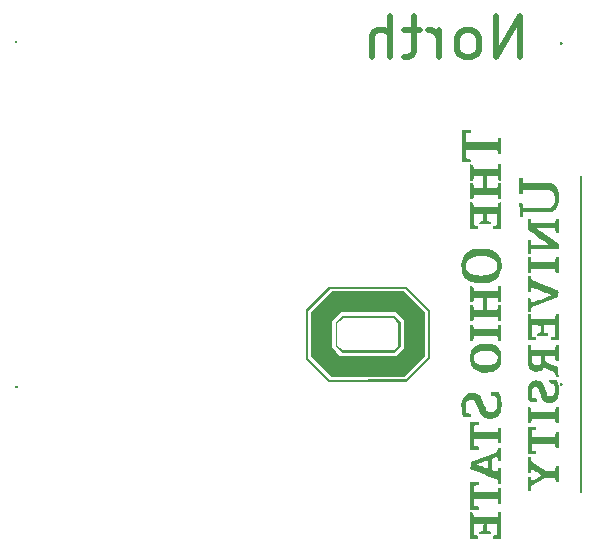
<source format=gbr>
%TF.GenerationSoftware,KiCad,Pcbnew,7.0.7*%
%TF.CreationDate,2023-09-12T10:12:06-04:00*%
%TF.ProjectId,Temps_North_DCT_HSK,54656d70-735f-44e6-9f72-74685f444354,B*%
%TF.SameCoordinates,Original*%
%TF.FileFunction,Legend,Bot*%
%TF.FilePolarity,Positive*%
%FSLAX46Y46*%
G04 Gerber Fmt 4.6, Leading zero omitted, Abs format (unit mm)*
G04 Created by KiCad (PCBNEW 7.0.7) date 2023-09-12 10:12:06*
%MOMM*%
%LPD*%
G01*
G04 APERTURE LIST*
%ADD10C,0.254000*%
%ADD11C,0.500000*%
G04 APERTURE END LIST*
D10*
X138861800Y-79832200D02*
G75*
G03*
X138861800Y-79832200I-25400J0D01*
G01*
X92680002Y-50830000D02*
G75*
G03*
X92680002Y-50830000I-1J0D01*
G01*
X92760800Y-80020000D02*
G75*
G03*
X92760800Y-80020000I-25400J0D01*
G01*
X138861800Y-50927000D02*
G75*
G03*
X138861800Y-50927000I-25400J0D01*
G01*
D11*
X135373619Y-52130767D02*
X135373619Y-48630767D01*
X135373619Y-48630767D02*
X133373619Y-52130767D01*
X133373619Y-52130767D02*
X133373619Y-48630767D01*
X131206952Y-52130767D02*
X131540286Y-51964101D01*
X131540286Y-51964101D02*
X131706952Y-51797434D01*
X131706952Y-51797434D02*
X131873619Y-51464101D01*
X131873619Y-51464101D02*
X131873619Y-50464101D01*
X131873619Y-50464101D02*
X131706952Y-50130767D01*
X131706952Y-50130767D02*
X131540286Y-49964101D01*
X131540286Y-49964101D02*
X131206952Y-49797434D01*
X131206952Y-49797434D02*
X130706952Y-49797434D01*
X130706952Y-49797434D02*
X130373619Y-49964101D01*
X130373619Y-49964101D02*
X130206952Y-50130767D01*
X130206952Y-50130767D02*
X130040286Y-50464101D01*
X130040286Y-50464101D02*
X130040286Y-51464101D01*
X130040286Y-51464101D02*
X130206952Y-51797434D01*
X130206952Y-51797434D02*
X130373619Y-51964101D01*
X130373619Y-51964101D02*
X130706952Y-52130767D01*
X130706952Y-52130767D02*
X131206952Y-52130767D01*
X128540285Y-52130767D02*
X128540285Y-49797434D01*
X128540285Y-50464101D02*
X128373619Y-50130767D01*
X128373619Y-50130767D02*
X128206952Y-49964101D01*
X128206952Y-49964101D02*
X127873619Y-49797434D01*
X127873619Y-49797434D02*
X127540285Y-49797434D01*
X126873618Y-49797434D02*
X125540285Y-49797434D01*
X126373618Y-48630767D02*
X126373618Y-51630767D01*
X126373618Y-51630767D02*
X126206952Y-51964101D01*
X126206952Y-51964101D02*
X125873618Y-52130767D01*
X125873618Y-52130767D02*
X125540285Y-52130767D01*
X124373618Y-52130767D02*
X124373618Y-48630767D01*
X122873618Y-52130767D02*
X122873618Y-50297434D01*
X122873618Y-50297434D02*
X123040285Y-49964101D01*
X123040285Y-49964101D02*
X123373618Y-49797434D01*
X123373618Y-49797434D02*
X123873618Y-49797434D01*
X123873618Y-49797434D02*
X124206952Y-49964101D01*
X124206952Y-49964101D02*
X124373618Y-50130767D01*
%TO.C,G\u002A\u002A\u002A*%
G36*
X140615600Y-88994886D02*
G01*
X140420964Y-88994886D01*
X140420964Y-62135115D01*
X140615600Y-62135115D01*
X140615600Y-88994886D01*
G37*
G36*
X131889419Y-88337719D02*
G01*
X131694783Y-88359739D01*
X131500147Y-88381760D01*
X131500147Y-88962446D01*
X133475725Y-88962446D01*
X133497745Y-88767810D01*
X133519766Y-88573174D01*
X133770900Y-88573174D01*
X133770900Y-89935626D01*
X133519766Y-89935626D01*
X133497745Y-89740990D01*
X133475725Y-89546354D01*
X131500147Y-89546354D01*
X131500147Y-90127041D01*
X131694783Y-90149061D01*
X131889419Y-90171082D01*
X131889419Y-90422216D01*
X131175754Y-90422216D01*
X131175754Y-88086584D01*
X131889419Y-88086584D01*
X131889419Y-88337719D01*
G37*
G36*
X136339978Y-69433966D02*
G01*
X138340871Y-69433966D01*
X138361500Y-69279879D01*
X138371162Y-69210296D01*
X138389159Y-69117219D01*
X138414072Y-69067760D01*
X138455302Y-69048169D01*
X138522245Y-69044694D01*
X138636801Y-69044694D01*
X138636801Y-70411063D01*
X138515153Y-70400994D01*
X138500668Y-70399782D01*
X138438129Y-70390504D01*
X138402972Y-70365644D01*
X138382870Y-70309007D01*
X138365494Y-70204400D01*
X138337482Y-70017874D01*
X136339978Y-70017874D01*
X136294798Y-70407146D01*
X136041654Y-70407146D01*
X136041654Y-69044694D01*
X136294798Y-69044694D01*
X136339978Y-69433966D01*
G37*
G36*
X125676881Y-71544923D02*
G01*
X125774604Y-71544959D01*
X126772114Y-72520647D01*
X127769623Y-73496334D01*
X127769623Y-77592073D01*
X126772310Y-78589775D01*
X125774997Y-79587478D01*
X119204963Y-79587478D01*
X117226839Y-77631990D01*
X117226839Y-77560439D01*
X117421475Y-77560439D01*
X118359676Y-78498221D01*
X119297877Y-79436004D01*
X125709725Y-79392180D01*
X127574987Y-77528000D01*
X127574987Y-73602008D01*
X125676881Y-71704720D01*
X119286317Y-71704720D01*
X117421475Y-73570394D01*
X117421475Y-77560439D01*
X117226839Y-77560439D01*
X117226839Y-73505495D01*
X118207930Y-72524009D01*
X119189020Y-71542523D01*
X125676881Y-71544923D01*
G37*
G36*
X124669921Y-74007912D02*
G01*
X124735190Y-74007912D01*
X125003492Y-74274821D01*
X125271794Y-74541729D01*
X125271794Y-76591551D01*
X125000024Y-76856820D01*
X124728253Y-77122089D01*
X120300649Y-77122089D01*
X119757107Y-76591551D01*
X119757107Y-76491262D01*
X119919304Y-76491262D01*
X120139084Y-76709357D01*
X120358863Y-76927453D01*
X124673541Y-76927453D01*
X124875350Y-76723834D01*
X125077158Y-76520215D01*
X125077158Y-74606166D01*
X124873540Y-74404357D01*
X124669921Y-74202548D01*
X120355495Y-74202548D01*
X120137400Y-74422328D01*
X119919304Y-74642108D01*
X119919304Y-76491262D01*
X119757107Y-76491262D01*
X119757107Y-74544517D01*
X120024016Y-74276214D01*
X120290924Y-74007912D01*
X124669921Y-74007912D01*
G37*
G36*
X124832804Y-71931795D02*
G01*
X125579534Y-71931795D01*
X126463723Y-72815546D01*
X127347912Y-73699296D01*
X127347912Y-77427495D01*
X125614008Y-79165767D01*
X119416937Y-79165767D01*
X118548963Y-78298240D01*
X117680990Y-77430713D01*
X117680990Y-76685264D01*
X119465153Y-76685264D01*
X119814406Y-77033434D01*
X120163658Y-77381603D01*
X124867462Y-77381603D01*
X125199386Y-77048546D01*
X125531309Y-76715489D01*
X125531309Y-74412298D01*
X125182057Y-74064128D01*
X124832804Y-73715958D01*
X120193980Y-73715958D01*
X119829567Y-74081408D01*
X119465153Y-74446859D01*
X119465153Y-76685264D01*
X117680990Y-76685264D01*
X117680990Y-73700173D01*
X118564741Y-72815984D01*
X119448491Y-71931795D01*
X124832804Y-71931795D01*
G37*
G36*
X136755319Y-83636025D02*
G01*
X136366047Y-83681205D01*
X136366047Y-84258743D01*
X138337482Y-84258743D01*
X138365494Y-84072216D01*
X138368838Y-84050008D01*
X138385804Y-83954847D01*
X138407627Y-83904859D01*
X138446634Y-83883848D01*
X138515153Y-83875622D01*
X138636801Y-83865554D01*
X138636801Y-85235839D01*
X138515153Y-85225771D01*
X138500668Y-85224558D01*
X138438129Y-85215280D01*
X138402972Y-85190420D01*
X138382870Y-85133784D01*
X138365494Y-85029177D01*
X138337482Y-84842651D01*
X136366047Y-84842651D01*
X136366047Y-85423337D01*
X136560683Y-85445358D01*
X136755319Y-85467378D01*
X136755319Y-85718513D01*
X136041654Y-85718513D01*
X136041654Y-83382880D01*
X136755319Y-83382880D01*
X136755319Y-83636025D01*
G37*
G36*
X138636801Y-83094843D02*
G01*
X138515153Y-83084775D01*
X138500157Y-83083519D01*
X138437891Y-83074214D01*
X138402872Y-83049260D01*
X138382812Y-82992484D01*
X138365425Y-82887717D01*
X138337345Y-82700728D01*
X137343586Y-82709301D01*
X136349828Y-82717874D01*
X136290668Y-83090926D01*
X136040338Y-83090926D01*
X136057874Y-81744694D01*
X136171411Y-81744694D01*
X136184658Y-81744708D01*
X136243189Y-81748861D01*
X136276310Y-81771087D01*
X136295680Y-81826752D01*
X136312961Y-81931220D01*
X136340973Y-82117746D01*
X138340871Y-82117746D01*
X138361500Y-81963660D01*
X138371162Y-81894076D01*
X138389159Y-81800999D01*
X138414072Y-81751540D01*
X138455302Y-81731949D01*
X138522245Y-81728474D01*
X138636801Y-81728474D01*
X138636801Y-83094843D01*
G37*
G36*
X133770900Y-76116469D02*
G01*
X133520423Y-76116469D01*
X133501121Y-75953500D01*
X133493390Y-75896215D01*
X133477176Y-75807526D01*
X133462249Y-75758864D01*
X133431594Y-75750546D01*
X133339873Y-75742526D01*
X133191951Y-75736036D01*
X132992410Y-75731222D01*
X132745833Y-75728227D01*
X132456804Y-75727197D01*
X131470929Y-75727197D01*
X131448909Y-75921833D01*
X131426888Y-76116469D01*
X131175754Y-76116469D01*
X131175754Y-74750101D01*
X131297401Y-74760169D01*
X131311886Y-74761381D01*
X131374425Y-74770659D01*
X131409582Y-74795520D01*
X131429684Y-74852156D01*
X131447060Y-74956763D01*
X131475072Y-75143289D01*
X133471582Y-75143289D01*
X133499594Y-74956763D01*
X133502938Y-74934555D01*
X133519904Y-74839394D01*
X133541727Y-74789405D01*
X133580734Y-74768395D01*
X133649253Y-74760169D01*
X133770900Y-74750101D01*
X133770900Y-76116469D01*
G37*
G36*
X131889419Y-83089457D02*
G01*
X131889227Y-83119698D01*
X131880675Y-83188192D01*
X131846179Y-83220115D01*
X131767771Y-83237303D01*
X131689278Y-83249552D01*
X131589877Y-83268031D01*
X131533006Y-83294263D01*
X131506923Y-83342492D01*
X131499884Y-83426962D01*
X131500147Y-83561915D01*
X131500147Y-83837031D01*
X133474278Y-83837031D01*
X133496570Y-83658615D01*
X133518861Y-83480198D01*
X133770900Y-83480198D01*
X133770900Y-84810211D01*
X133518861Y-84810211D01*
X133496570Y-84631795D01*
X133474278Y-84453379D01*
X131500147Y-84453379D01*
X131500147Y-84730131D01*
X131500091Y-84795184D01*
X131502862Y-84910069D01*
X131517782Y-84979584D01*
X131554841Y-85017444D01*
X131624027Y-85037368D01*
X131735332Y-85053072D01*
X131889419Y-85073701D01*
X131889419Y-85329241D01*
X131175754Y-85329241D01*
X131175754Y-82961169D01*
X131889419Y-82961169D01*
X131889419Y-83089457D01*
G37*
G36*
X131297401Y-90655443D02*
G01*
X131311886Y-90656656D01*
X131374425Y-90665934D01*
X131409582Y-90690794D01*
X131429684Y-90747431D01*
X131447060Y-90852038D01*
X131475072Y-91038564D01*
X133475725Y-91038564D01*
X133497745Y-90843928D01*
X133519766Y-90649292D01*
X133770900Y-90649292D01*
X133770900Y-92887606D01*
X133089674Y-92887606D01*
X133089674Y-92633040D01*
X133259981Y-92605968D01*
X133430287Y-92578896D01*
X133448241Y-91622472D01*
X132570645Y-91622472D01*
X132570645Y-92230461D01*
X132732842Y-92251977D01*
X132815118Y-92264210D01*
X132870561Y-92283085D01*
X132891680Y-92319094D01*
X132895038Y-92385913D01*
X132895038Y-92498334D01*
X131921858Y-92498334D01*
X131921858Y-92389359D01*
X131924413Y-92331188D01*
X131942944Y-92292731D01*
X131993510Y-92270497D01*
X132092165Y-92251491D01*
X132262471Y-92222599D01*
X132271798Y-91922536D01*
X132281126Y-91622472D01*
X131498413Y-91622472D01*
X131516367Y-92578896D01*
X131686673Y-92605968D01*
X131856980Y-92633040D01*
X131856980Y-92887606D01*
X131175754Y-92887606D01*
X131175754Y-90645375D01*
X131297401Y-90655443D01*
G37*
G36*
X133770900Y-66644183D02*
G01*
X133089674Y-66644183D01*
X133089674Y-66389337D01*
X133268091Y-66367045D01*
X133446507Y-66344754D01*
X133446507Y-65379049D01*
X132570645Y-65379049D01*
X132570645Y-65989308D01*
X132732842Y-66011616D01*
X132813667Y-66024019D01*
X132869910Y-66043078D01*
X132891515Y-66078692D01*
X132895038Y-66144417D01*
X132895038Y-66254911D01*
X131917748Y-66254911D01*
X131927913Y-66151037D01*
X131933404Y-66110154D01*
X131953992Y-66064502D01*
X132003803Y-66036755D01*
X132100275Y-66012941D01*
X132262471Y-65978718D01*
X132262471Y-65395269D01*
X131881309Y-65386129D01*
X131500147Y-65376990D01*
X131500147Y-66344754D01*
X131678563Y-66367045D01*
X131856980Y-66389337D01*
X131856980Y-66644183D01*
X131175754Y-66644183D01*
X131175754Y-64401953D01*
X131297401Y-64412021D01*
X131311886Y-64413233D01*
X131374425Y-64422511D01*
X131409582Y-64447372D01*
X131429684Y-64504008D01*
X131447060Y-64608615D01*
X131475072Y-64795141D01*
X133471582Y-64795141D01*
X133499594Y-64608615D01*
X133502938Y-64586406D01*
X133519904Y-64491246D01*
X133541727Y-64441257D01*
X133580734Y-64420247D01*
X133649253Y-64412021D01*
X133770900Y-64401953D01*
X133770900Y-66644183D01*
G37*
G36*
X138636801Y-76084030D02*
G01*
X137955575Y-76084030D01*
X137955575Y-75829184D01*
X138312407Y-75784600D01*
X138312407Y-74818896D01*
X137436545Y-74818896D01*
X137436545Y-75433009D01*
X137598742Y-75454525D01*
X137679066Y-75466446D01*
X137735598Y-75485143D01*
X137757365Y-75520337D01*
X137760939Y-75585399D01*
X137760939Y-75694758D01*
X136783648Y-75694758D01*
X136793813Y-75590884D01*
X136799304Y-75550001D01*
X136819892Y-75504349D01*
X136869703Y-75476602D01*
X136966175Y-75452788D01*
X137128372Y-75418565D01*
X137128372Y-74835115D01*
X136747210Y-74825976D01*
X136366047Y-74816837D01*
X136366047Y-75784600D01*
X136544464Y-75806892D01*
X136722880Y-75829184D01*
X136722880Y-76084030D01*
X136040802Y-76084030D01*
X136049338Y-74972983D01*
X136057874Y-73861935D01*
X136171411Y-73861935D01*
X136184658Y-73861949D01*
X136243189Y-73866102D01*
X136276310Y-73888329D01*
X136295680Y-73943993D01*
X136312961Y-74048462D01*
X136340973Y-74234988D01*
X138340871Y-74234988D01*
X138361500Y-74080901D01*
X138371162Y-74011318D01*
X138389159Y-73918241D01*
X138414072Y-73868782D01*
X138455302Y-73849190D01*
X138522245Y-73845716D01*
X138636801Y-73845716D01*
X138636801Y-76084030D01*
G37*
G36*
X138636801Y-66972493D02*
G01*
X138515153Y-66962425D01*
X138500668Y-66961212D01*
X138438129Y-66951934D01*
X138402972Y-66927074D01*
X138382870Y-66870437D01*
X138365494Y-66765831D01*
X138337482Y-66579304D01*
X136803978Y-66581638D01*
X136895965Y-66656894D01*
X136909143Y-66667218D01*
X136976869Y-66717493D01*
X137087452Y-66797726D01*
X137233524Y-66902636D01*
X137407714Y-67026943D01*
X137602656Y-67165366D01*
X137810979Y-67312624D01*
X138634007Y-67893098D01*
X138636801Y-68363468D01*
X136339978Y-68363468D01*
X136294798Y-68752740D01*
X136041654Y-68752740D01*
X136041654Y-67584924D01*
X136294798Y-67584924D01*
X136339978Y-67974196D01*
X137807814Y-67974196D01*
X137592848Y-67820109D01*
X137542066Y-67783692D01*
X137426191Y-67700542D01*
X137274598Y-67591722D01*
X137097623Y-67464654D01*
X136905600Y-67326755D01*
X136708866Y-67185448D01*
X136039850Y-66704874D01*
X136057874Y-65816980D01*
X136171411Y-65816980D01*
X136184658Y-65816994D01*
X136243189Y-65821147D01*
X136276310Y-65843373D01*
X136295680Y-65899038D01*
X136312961Y-66003506D01*
X136340973Y-66190032D01*
X138340871Y-66190032D01*
X138361500Y-66035946D01*
X138371162Y-65966363D01*
X138389159Y-65873285D01*
X138414072Y-65823826D01*
X138455302Y-65804235D01*
X138522245Y-65800760D01*
X138636801Y-65800760D01*
X138636801Y-66972493D01*
G37*
G36*
X136315733Y-86154427D02*
G01*
X136337772Y-86330827D01*
X136935945Y-86722115D01*
X137534117Y-87113404D01*
X138337482Y-87113404D01*
X138365494Y-86926878D01*
X138368838Y-86904670D01*
X138385804Y-86809509D01*
X138407627Y-86759520D01*
X138446634Y-86738510D01*
X138515153Y-86730284D01*
X138636801Y-86720216D01*
X138636801Y-88086584D01*
X138522245Y-88086584D01*
X138483918Y-88085955D01*
X138431414Y-88075883D01*
X138399775Y-88042600D01*
X138379604Y-87972356D01*
X138361500Y-87851399D01*
X138340871Y-87697312D01*
X137500747Y-87697312D01*
X136919324Y-88071866D01*
X136337901Y-88446421D01*
X136315797Y-88623335D01*
X136293693Y-88800250D01*
X136041654Y-88800250D01*
X136041654Y-87664873D01*
X136290668Y-87664873D01*
X136320248Y-87842959D01*
X136349828Y-88021044D01*
X136690441Y-87807827D01*
X136827346Y-87722043D01*
X136952327Y-87643574D01*
X137049834Y-87582191D01*
X137106099Y-87546547D01*
X137117807Y-87538870D01*
X137139530Y-87519273D01*
X137140244Y-87497046D01*
X137113194Y-87465761D01*
X137051627Y-87418992D01*
X136948789Y-87350312D01*
X136797926Y-87253295D01*
X136753008Y-87224620D01*
X136615888Y-87137922D01*
X136500109Y-87065940D01*
X136416727Y-87015498D01*
X136376798Y-86993419D01*
X136362428Y-86995727D01*
X136336834Y-87047474D01*
X136316292Y-87159606D01*
X136293693Y-87340479D01*
X136041654Y-87340479D01*
X136041654Y-85978027D01*
X136293693Y-85978027D01*
X136315733Y-86154427D01*
G37*
G36*
X131208193Y-58371534D02*
G01*
X131208203Y-58382732D01*
X131206071Y-58445079D01*
X131190984Y-58484491D01*
X131150199Y-58509473D01*
X131070975Y-58528531D01*
X130940568Y-58550170D01*
X130818921Y-58569728D01*
X130818921Y-59312893D01*
X132130528Y-59312893D01*
X132215341Y-59312922D01*
X132529662Y-59313392D01*
X132786469Y-59313606D01*
X132991691Y-59312473D01*
X133151256Y-59308901D01*
X133271094Y-59301798D01*
X133357134Y-59290072D01*
X133415305Y-59272631D01*
X133451536Y-59248384D01*
X133471757Y-59216238D01*
X133481897Y-59175101D01*
X133487884Y-59123882D01*
X133495648Y-59061488D01*
X133504133Y-59010382D01*
X133523909Y-58950242D01*
X133564105Y-58927291D01*
X133643994Y-58923621D01*
X133770900Y-58923621D01*
X133770900Y-60318513D01*
X133643994Y-60318513D01*
X133596861Y-60317929D01*
X133539741Y-60306606D01*
X133512427Y-60266815D01*
X133495648Y-60180645D01*
X133493301Y-60164565D01*
X133486506Y-60104958D01*
X133480062Y-60056262D01*
X133468040Y-60017387D01*
X133444511Y-59987240D01*
X133403546Y-59964729D01*
X133339215Y-59948762D01*
X133245590Y-59938247D01*
X133116742Y-59932093D01*
X132946740Y-59929207D01*
X132729657Y-59928498D01*
X132459563Y-59928873D01*
X132130528Y-59929241D01*
X130818921Y-59929241D01*
X130818921Y-60301675D01*
X130818589Y-60392719D01*
X130818974Y-60525142D01*
X130827028Y-60610825D01*
X130850282Y-60661642D01*
X130896267Y-60689463D01*
X130972511Y-60706160D01*
X131086545Y-60723605D01*
X131115193Y-60728414D01*
X131178838Y-60747665D01*
X131203849Y-60788065D01*
X131208193Y-60871451D01*
X131208193Y-60999739D01*
X130462088Y-60999739D01*
X130462088Y-58242395D01*
X131208193Y-58242395D01*
X131208193Y-58371534D01*
G37*
G36*
X136320248Y-70817151D02*
G01*
X136349828Y-71000080D01*
X137436545Y-71410496D01*
X137667769Y-71497834D01*
X137905017Y-71587474D01*
X138117977Y-71667967D01*
X138299367Y-71736558D01*
X138441906Y-71790493D01*
X138538312Y-71827020D01*
X138581303Y-71843384D01*
X138593969Y-71849311D01*
X138617096Y-71873977D01*
X138629386Y-71923274D01*
X138632966Y-72010566D01*
X138629962Y-72149219D01*
X138620581Y-72432582D01*
X137485204Y-72858162D01*
X136349828Y-73283741D01*
X136320248Y-73467410D01*
X136290668Y-73651080D01*
X136040122Y-73651080D01*
X136048998Y-73091501D01*
X136057874Y-72531923D01*
X136171024Y-72531923D01*
X136234637Y-72535304D01*
X136271515Y-72555784D01*
X136294455Y-72608937D01*
X136316255Y-72710339D01*
X136333874Y-72784891D01*
X136359962Y-72857301D01*
X136382879Y-72883013D01*
X136394250Y-72880047D01*
X136460084Y-72858405D01*
X136571492Y-72819335D01*
X136718786Y-72766431D01*
X136892277Y-72703286D01*
X137082276Y-72633494D01*
X137279097Y-72560648D01*
X137473050Y-72488342D01*
X137654446Y-72420169D01*
X137813598Y-72359723D01*
X137940816Y-72310598D01*
X138026413Y-72276387D01*
X138060701Y-72260683D01*
X138044077Y-72249468D01*
X137975853Y-72218394D01*
X137863709Y-72171427D01*
X137716881Y-72112112D01*
X137544605Y-72043992D01*
X137356116Y-71970612D01*
X137160649Y-71895516D01*
X136967440Y-71822249D01*
X136785723Y-71754356D01*
X136624735Y-71695380D01*
X136493710Y-71648866D01*
X136401884Y-71618358D01*
X136358493Y-71607402D01*
X136348120Y-71623481D01*
X136331481Y-71688285D01*
X136315985Y-71785818D01*
X136293693Y-71964234D01*
X136041654Y-71964234D01*
X136041654Y-70634221D01*
X136290668Y-70634221D01*
X136320248Y-70817151D01*
G37*
G36*
X131297401Y-61200526D02*
G01*
X131311886Y-61201739D01*
X131374425Y-61211017D01*
X131409582Y-61235877D01*
X131429684Y-61292514D01*
X131447060Y-61397121D01*
X131475072Y-61583647D01*
X133475725Y-61583647D01*
X133497745Y-61389011D01*
X133519766Y-61194375D01*
X133770900Y-61194375D01*
X133770900Y-62560743D01*
X133649253Y-62550675D01*
X133634768Y-62549462D01*
X133572229Y-62540184D01*
X133537072Y-62515324D01*
X133516970Y-62458688D01*
X133499594Y-62354081D01*
X133471582Y-62167555D01*
X132570645Y-62167555D01*
X132570645Y-63173174D01*
X133006662Y-63173174D01*
X133030543Y-63173132D01*
X133196526Y-63170293D01*
X133331278Y-63163557D01*
X133423589Y-63153702D01*
X133462249Y-63141508D01*
X133470056Y-63120995D01*
X133486301Y-63047154D01*
X133501121Y-62946872D01*
X133520423Y-62783902D01*
X133770900Y-62783902D01*
X133770900Y-64150271D01*
X133649253Y-64140203D01*
X133634768Y-64138990D01*
X133572229Y-64129712D01*
X133537072Y-64104852D01*
X133516970Y-64048215D01*
X133499594Y-63943608D01*
X133471582Y-63757082D01*
X131475072Y-63757082D01*
X131447060Y-63943608D01*
X131443716Y-63965817D01*
X131426750Y-64060977D01*
X131404927Y-64110966D01*
X131365920Y-64131976D01*
X131297401Y-64140203D01*
X131175754Y-64150271D01*
X131175754Y-62779986D01*
X131297401Y-62790054D01*
X131311886Y-62791266D01*
X131374425Y-62800544D01*
X131409582Y-62825405D01*
X131429684Y-62882041D01*
X131447060Y-62986648D01*
X131475072Y-63173174D01*
X132246252Y-63173174D01*
X132246252Y-62167555D01*
X131475072Y-62167555D01*
X131447060Y-62354081D01*
X131443716Y-62376289D01*
X131426750Y-62471450D01*
X131404927Y-62521438D01*
X131365920Y-62542449D01*
X131297401Y-62550675D01*
X131175754Y-62560743D01*
X131175754Y-61190458D01*
X131297401Y-61200526D01*
G37*
G36*
X131297401Y-71516235D02*
G01*
X131311886Y-71517448D01*
X131374425Y-71526726D01*
X131409582Y-71551586D01*
X131429684Y-71608223D01*
X131447060Y-71712829D01*
X131475072Y-71899356D01*
X133475725Y-71899356D01*
X133497745Y-71704720D01*
X133519766Y-71510084D01*
X133770900Y-71510084D01*
X133770900Y-72876452D01*
X133649253Y-72866384D01*
X133634768Y-72865171D01*
X133572229Y-72855893D01*
X133537072Y-72831033D01*
X133516970Y-72774397D01*
X133499594Y-72669790D01*
X133471582Y-72483264D01*
X132570645Y-72483264D01*
X132570645Y-73488883D01*
X133006662Y-73488883D01*
X133030543Y-73488841D01*
X133196526Y-73486002D01*
X133331278Y-73479266D01*
X133423589Y-73469411D01*
X133462249Y-73457216D01*
X133470056Y-73436704D01*
X133486301Y-73362862D01*
X133501121Y-73262580D01*
X133520423Y-73099611D01*
X133770900Y-73099611D01*
X133770900Y-74465979D01*
X133649253Y-74455911D01*
X133634768Y-74454699D01*
X133572229Y-74445421D01*
X133537072Y-74420561D01*
X133516970Y-74363924D01*
X133499594Y-74259317D01*
X133471582Y-74072791D01*
X131475072Y-74072791D01*
X131447060Y-74259317D01*
X131443716Y-74281526D01*
X131426750Y-74376686D01*
X131404927Y-74426675D01*
X131365920Y-74447685D01*
X131297401Y-74455911D01*
X131175754Y-74465979D01*
X131175754Y-73095695D01*
X131295834Y-73105763D01*
X131297329Y-73105888D01*
X131365618Y-73114919D01*
X131404821Y-73138322D01*
X131428426Y-73192598D01*
X131449921Y-73294247D01*
X131483927Y-73472663D01*
X131865089Y-73481803D01*
X132246252Y-73490942D01*
X132246252Y-72483264D01*
X131475072Y-72483264D01*
X131447060Y-72669790D01*
X131443716Y-72691998D01*
X131426750Y-72787159D01*
X131404927Y-72837147D01*
X131365920Y-72858158D01*
X131297401Y-72866384D01*
X131175754Y-72876452D01*
X131175754Y-71506167D01*
X131297401Y-71516235D01*
G37*
G36*
X133770900Y-86306337D02*
G01*
X133649386Y-86296269D01*
X133582325Y-86288174D01*
X133541260Y-86266508D01*
X133518809Y-86214767D01*
X133500935Y-86115894D01*
X133489318Y-86056210D01*
X133462442Y-85975613D01*
X133433324Y-85945588D01*
X133392187Y-85954623D01*
X133306980Y-85982897D01*
X133200613Y-86023717D01*
X133008576Y-86101846D01*
X133008576Y-87088287D01*
X133235651Y-87178713D01*
X133462727Y-87269139D01*
X133495928Y-87085844D01*
X133498297Y-87072785D01*
X133518522Y-86974962D01*
X133541907Y-86923150D01*
X133581417Y-86901078D01*
X133650014Y-86892480D01*
X133770900Y-86882412D01*
X133770900Y-88252697D01*
X133649253Y-88242629D01*
X133639754Y-88241838D01*
X133574551Y-88232789D01*
X133538047Y-88208808D01*
X133517519Y-88153479D01*
X133500240Y-88050385D01*
X133472874Y-87868208D01*
X132819014Y-87615718D01*
X132602524Y-87532039D01*
X132349176Y-87433956D01*
X132095698Y-87335683D01*
X131862312Y-87245060D01*
X131669242Y-87169929D01*
X131173330Y-86976629D01*
X131182652Y-86696545D01*
X131186052Y-86594375D01*
X131727222Y-86594375D01*
X131731216Y-86598197D01*
X131778923Y-86621509D01*
X131870511Y-86659906D01*
X131993318Y-86708628D01*
X132134678Y-86762914D01*
X132281927Y-86818006D01*
X132422402Y-86869141D01*
X132543437Y-86911560D01*
X132632369Y-86940502D01*
X132676532Y-86951207D01*
X132684816Y-86928922D01*
X132692891Y-86853643D01*
X132698379Y-86737763D01*
X132700402Y-86594375D01*
X132698912Y-86470548D01*
X132693876Y-86349828D01*
X132686124Y-86267796D01*
X132676532Y-86237542D01*
X132666363Y-86239043D01*
X132604346Y-86256975D01*
X132502195Y-86291402D01*
X132372576Y-86337564D01*
X132228153Y-86390699D01*
X132081589Y-86446048D01*
X131945550Y-86498851D01*
X131832700Y-86544346D01*
X131755702Y-86577774D01*
X131727222Y-86594375D01*
X131186052Y-86594375D01*
X131191973Y-86416461D01*
X132327350Y-85977287D01*
X132676532Y-85842221D01*
X133462727Y-85538114D01*
X133521887Y-85167044D01*
X133770900Y-85167044D01*
X133770900Y-86306337D01*
G37*
G36*
X132294737Y-68322336D02*
G01*
X132657469Y-68361026D01*
X132970270Y-68440847D01*
X133233533Y-68562069D01*
X133447653Y-68724965D01*
X133613023Y-68929805D01*
X133730037Y-69176862D01*
X133799090Y-69466405D01*
X133811311Y-69591793D01*
X133816974Y-69761700D01*
X133812524Y-69920556D01*
X133789909Y-70117005D01*
X133716594Y-70405277D01*
X133597538Y-70649442D01*
X133431670Y-70850420D01*
X133217921Y-71009133D01*
X132955221Y-71126501D01*
X132642501Y-71203445D01*
X132278691Y-71240885D01*
X131949670Y-71241419D01*
X131604440Y-71205036D01*
X131299184Y-71130343D01*
X131037893Y-71018702D01*
X130824558Y-70871473D01*
X130663171Y-70690018D01*
X130567321Y-70521244D01*
X130473316Y-70262880D01*
X130422361Y-69984909D01*
X130414038Y-69710364D01*
X130781141Y-69710364D01*
X130782790Y-69891318D01*
X130815574Y-70056392D01*
X130873362Y-70163748D01*
X130975843Y-70281690D01*
X131102931Y-70387387D01*
X131236105Y-70462935D01*
X131348195Y-70502211D01*
X131572794Y-70552711D01*
X131831682Y-70584483D01*
X132107207Y-70596360D01*
X132381716Y-70587172D01*
X132637557Y-70555751D01*
X132873159Y-70498747D01*
X133096354Y-70403197D01*
X133264901Y-70275627D01*
X133380224Y-70115192D01*
X133397764Y-70077492D01*
X133450751Y-69886076D01*
X133455023Y-69686937D01*
X133411929Y-69498333D01*
X133322819Y-69338524D01*
X133289140Y-69299236D01*
X133141331Y-69173882D01*
X132953550Y-69079303D01*
X132720788Y-69013968D01*
X132438033Y-68976346D01*
X132100275Y-68964906D01*
X131797676Y-68975730D01*
X131513208Y-69012026D01*
X131280300Y-69075581D01*
X131094334Y-69168168D01*
X130950692Y-69291565D01*
X130844753Y-69447546D01*
X130809291Y-69541375D01*
X130781141Y-69710364D01*
X130414038Y-69710364D01*
X130413703Y-69699298D01*
X130446590Y-69418012D01*
X130520270Y-69153020D01*
X130633991Y-68916288D01*
X130787000Y-68719782D01*
X130944947Y-68589039D01*
X131171076Y-68467775D01*
X131441971Y-68382960D01*
X131761295Y-68333500D01*
X132100275Y-68319630D01*
X132132714Y-68318303D01*
X132294737Y-68322336D01*
G37*
G36*
X138636801Y-77839670D02*
G01*
X138515153Y-77829602D01*
X138500668Y-77828390D01*
X138438129Y-77819112D01*
X138402972Y-77794251D01*
X138382870Y-77737615D01*
X138365494Y-77633008D01*
X138337482Y-77446482D01*
X137460547Y-77446482D01*
X137477456Y-77596499D01*
X137481580Y-77626782D01*
X137508765Y-77724988D01*
X137560962Y-77811242D01*
X137645619Y-77891590D01*
X137770183Y-77972077D01*
X137942104Y-78058749D01*
X138168828Y-78157650D01*
X138620581Y-78346075D01*
X138629633Y-78772141D01*
X138638684Y-79198206D01*
X138523187Y-79198206D01*
X138487561Y-79197697D01*
X138433148Y-79188204D01*
X138400547Y-79155851D01*
X138380089Y-79086763D01*
X138362107Y-78967069D01*
X138342086Y-78817030D01*
X138053217Y-78697296D01*
X138007353Y-78677776D01*
X137848247Y-78603935D01*
X137694255Y-78524648D01*
X137573197Y-78454014D01*
X137382046Y-78330467D01*
X137320087Y-78445733D01*
X137296178Y-78482795D01*
X137213910Y-78573730D01*
X137116049Y-78651171D01*
X137020581Y-78703449D01*
X136824523Y-78762354D01*
X136630773Y-78759238D01*
X136446952Y-78694842D01*
X136280681Y-78569907D01*
X136222553Y-78508348D01*
X136172692Y-78443011D01*
X136134132Y-78370175D01*
X136105424Y-78281644D01*
X136085117Y-78169224D01*
X136071760Y-78024717D01*
X136063903Y-77839928D01*
X136061645Y-77701622D01*
X136366047Y-77701622D01*
X136367483Y-77802896D01*
X136376533Y-77910095D01*
X136397059Y-77983488D01*
X136432666Y-78041454D01*
X136530641Y-78125490D01*
X136666564Y-78174032D01*
X136815308Y-78176802D01*
X136959441Y-78133713D01*
X137081527Y-78044678D01*
X137121024Y-77994616D01*
X137147705Y-77931628D01*
X137163134Y-77840759D01*
X137172228Y-77703519D01*
X137183900Y-77446482D01*
X136366047Y-77446482D01*
X136366047Y-77701622D01*
X136061645Y-77701622D01*
X136060095Y-77606663D01*
X136058886Y-77316725D01*
X136057874Y-76489522D01*
X136171411Y-76489522D01*
X136184658Y-76489536D01*
X136243189Y-76493689D01*
X136276310Y-76515915D01*
X136295680Y-76571579D01*
X136312961Y-76676048D01*
X136340973Y-76862574D01*
X137183900Y-76862574D01*
X138340871Y-76862574D01*
X138361500Y-76708487D01*
X138371162Y-76638904D01*
X138389159Y-76545827D01*
X138414072Y-76496368D01*
X138455302Y-76476777D01*
X138522245Y-76473302D01*
X138636801Y-76473302D01*
X138636801Y-77839670D01*
G37*
G36*
X132591672Y-76361608D02*
G01*
X132754203Y-76364867D01*
X132875286Y-76372419D01*
X132969769Y-76385982D01*
X133052502Y-76407276D01*
X133138333Y-76438022D01*
X133291272Y-76513811D01*
X133483063Y-76662986D01*
X133634738Y-76849974D01*
X133734607Y-77062533D01*
X133741214Y-77084115D01*
X133785913Y-77302950D01*
X133801518Y-77564712D01*
X133794101Y-77765882D01*
X133745686Y-78050337D01*
X133651678Y-78289216D01*
X133511379Y-78483182D01*
X133324091Y-78632894D01*
X133089118Y-78739013D01*
X132805763Y-78802200D01*
X132473327Y-78823115D01*
X132235535Y-78815018D01*
X131996748Y-78781764D01*
X131797127Y-78719113D01*
X131624785Y-78623124D01*
X131467834Y-78489857D01*
X131381992Y-78398369D01*
X131289374Y-78274058D01*
X131225525Y-78142208D01*
X131185759Y-77988678D01*
X131165392Y-77799328D01*
X131160635Y-77597977D01*
X131473105Y-77597977D01*
X131514810Y-77787533D01*
X131556961Y-77876956D01*
X131656621Y-78001761D01*
X131796166Y-78094597D01*
X131980761Y-78157632D01*
X132215572Y-78193031D01*
X132505766Y-78202958D01*
X132647888Y-78199389D01*
X132893161Y-78175157D01*
X133087102Y-78125673D01*
X133236492Y-78047947D01*
X133348111Y-77938988D01*
X133428739Y-77795804D01*
X133433675Y-77783467D01*
X133465574Y-77672241D01*
X133478234Y-77569171D01*
X133470982Y-77497198D01*
X133426636Y-77355198D01*
X133353207Y-77224817D01*
X133263761Y-77132653D01*
X133175610Y-77076704D01*
X133083829Y-77033371D01*
X132981190Y-77004316D01*
X132854214Y-76986867D01*
X132689419Y-76978355D01*
X132473327Y-76976112D01*
X132449838Y-76976117D01*
X132268903Y-76977051D01*
X132137092Y-76980903D01*
X132040214Y-76989555D01*
X131964080Y-77004889D01*
X131894499Y-77028789D01*
X131817282Y-77063135D01*
X131703022Y-77129987D01*
X131570584Y-77261125D01*
X131492821Y-77419815D01*
X131473105Y-77597977D01*
X131160635Y-77597977D01*
X131159738Y-77560020D01*
X131159926Y-77484267D01*
X131162542Y-77335184D01*
X131170433Y-77226466D01*
X131186358Y-77140672D01*
X131213074Y-77060358D01*
X131253340Y-76968084D01*
X131260719Y-76952377D01*
X131399295Y-76733825D01*
X131583063Y-76561774D01*
X131810954Y-76437239D01*
X131871419Y-76414085D01*
X131950152Y-76390084D01*
X132035031Y-76374465D01*
X132140735Y-76365539D01*
X132281941Y-76361617D01*
X132473327Y-76361008D01*
X132591672Y-76361608D01*
G37*
G36*
X133701014Y-80730965D02*
G01*
X133735896Y-80863324D01*
X133773862Y-81038009D01*
X133799942Y-81193225D01*
X133809159Y-81279326D01*
X133815563Y-81566877D01*
X133789053Y-81854789D01*
X133731798Y-82113758D01*
X133690599Y-82222684D01*
X133570744Y-82414180D01*
X133408212Y-82564545D01*
X133210587Y-82670311D01*
X132985452Y-82728005D01*
X132740390Y-82734158D01*
X132482985Y-82685298D01*
X132370377Y-82642579D01*
X132233407Y-82555843D01*
X132114009Y-82430993D01*
X132007333Y-82261345D01*
X131908535Y-82040213D01*
X131812767Y-81760914D01*
X131765925Y-81618621D01*
X131682193Y-81414702D01*
X131592877Y-81266375D01*
X131492897Y-81167735D01*
X131377175Y-81112880D01*
X131240632Y-81095907D01*
X131078901Y-81121121D01*
X130946371Y-81200555D01*
X130837992Y-81338374D01*
X130827443Y-81358891D01*
X130793290Y-81481198D01*
X130777204Y-81650334D01*
X130779808Y-81853580D01*
X130801726Y-82078215D01*
X130808401Y-82128005D01*
X130820664Y-82189987D01*
X130844929Y-82228872D01*
X130894121Y-82253511D01*
X130981164Y-82272752D01*
X131118985Y-82295446D01*
X131168438Y-82304326D01*
X131218538Y-82325047D01*
X131237607Y-82370130D01*
X131240632Y-82459829D01*
X131240632Y-82604336D01*
X130596877Y-82604336D01*
X130563747Y-82498909D01*
X130483606Y-82200871D01*
X130428457Y-81868753D01*
X130414906Y-81561780D01*
X130442018Y-81284758D01*
X130508859Y-81042493D01*
X130614494Y-80839791D01*
X130757988Y-80681459D01*
X130938407Y-80572302D01*
X131104867Y-80521990D01*
X131328015Y-80502527D01*
X131550544Y-80529665D01*
X131755447Y-80600963D01*
X131925719Y-80713983D01*
X131956542Y-80743130D01*
X132036743Y-80835072D01*
X132110568Y-80948896D01*
X132183375Y-81094908D01*
X132260526Y-81283413D01*
X132347381Y-81524718D01*
X132398669Y-81668295D01*
X132451677Y-81806667D01*
X132496821Y-81914488D01*
X132527887Y-81976223D01*
X132597218Y-82053047D01*
X132732437Y-82125101D01*
X132902043Y-82150186D01*
X132907373Y-82150162D01*
X133085417Y-82118843D01*
X133234403Y-82030264D01*
X133349189Y-81887445D01*
X133363615Y-81861487D01*
X133393852Y-81797544D01*
X133413219Y-81730374D01*
X133424035Y-81644569D01*
X133428619Y-81524721D01*
X133429293Y-81355422D01*
X133428417Y-81227081D01*
X133422562Y-81067364D01*
X133406671Y-80956448D01*
X133375535Y-80884432D01*
X133323949Y-80841416D01*
X133246702Y-80817500D01*
X133138589Y-80802783D01*
X132927478Y-80780175D01*
X132927478Y-80495780D01*
X133631692Y-80495780D01*
X133701014Y-80730965D01*
G37*
G36*
X135486518Y-62329944D02*
G01*
X135555012Y-62338495D01*
X135586934Y-62372991D01*
X135604122Y-62451399D01*
X135605795Y-62461738D01*
X135623283Y-62564098D01*
X135638649Y-62646035D01*
X135653618Y-62719023D01*
X136729480Y-62719023D01*
X136788299Y-62719036D01*
X137081755Y-62719631D01*
X137319375Y-62721361D01*
X137508830Y-62724560D01*
X137657790Y-62729560D01*
X137773926Y-62736694D01*
X137864906Y-62746295D01*
X137938403Y-62758695D01*
X138002085Y-62774227D01*
X138155050Y-62834387D01*
X138336039Y-62964428D01*
X138482586Y-63148134D01*
X138593666Y-63384122D01*
X138668251Y-63671011D01*
X138681729Y-63785114D01*
X138686400Y-63981005D01*
X138675795Y-64195630D01*
X138651416Y-64403507D01*
X138614763Y-64579152D01*
X138589444Y-64656954D01*
X138517544Y-64798375D01*
X138404559Y-64940595D01*
X138394887Y-64951179D01*
X138329687Y-65021216D01*
X138269863Y-65078544D01*
X138208392Y-65124497D01*
X138138247Y-65160412D01*
X138052404Y-65187623D01*
X137943837Y-65207466D01*
X137805520Y-65221276D01*
X137630429Y-65230390D01*
X137411538Y-65236141D01*
X137141823Y-65239867D01*
X136814257Y-65242902D01*
X135656719Y-65253014D01*
X135639440Y-65340361D01*
X135638108Y-65347140D01*
X135620044Y-65443472D01*
X135600899Y-65551079D01*
X135596092Y-65578105D01*
X135576753Y-65643505D01*
X135539097Y-65666569D01*
X135461922Y-65664617D01*
X135344208Y-65654783D01*
X135335367Y-65062766D01*
X135326525Y-64470748D01*
X135455544Y-64470748D01*
X135487158Y-64470957D01*
X135555276Y-64479607D01*
X135587012Y-64514149D01*
X135604122Y-64592395D01*
X135605731Y-64602334D01*
X135623401Y-64705507D01*
X135639134Y-64788963D01*
X135654588Y-64863884D01*
X137874476Y-64843800D01*
X138025448Y-64755050D01*
X138154273Y-64656156D01*
X138250938Y-64518356D01*
X138306532Y-64340969D01*
X138324779Y-64116046D01*
X138324785Y-64113419D01*
X138319450Y-63974230D01*
X138305084Y-63844183D01*
X138284742Y-63751112D01*
X138234653Y-63654103D01*
X138130942Y-63533010D01*
X138001894Y-63431903D01*
X137868663Y-63370150D01*
X137804940Y-63360777D01*
X137679607Y-63352196D01*
X137500596Y-63345212D01*
X137273675Y-63339996D01*
X137004610Y-63336719D01*
X136699169Y-63335552D01*
X135653618Y-63335371D01*
X135638649Y-63408359D01*
X135637341Y-63414830D01*
X135621377Y-63501038D01*
X135604122Y-63602995D01*
X135599313Y-63631643D01*
X135580062Y-63695288D01*
X135539662Y-63720299D01*
X135456276Y-63724643D01*
X135327989Y-63724643D01*
X135327989Y-62329751D01*
X135456276Y-62329751D01*
X135486518Y-62329944D01*
G37*
G36*
X138271238Y-79458995D02*
G01*
X138395123Y-79465321D01*
X138483824Y-79475747D01*
X138522500Y-79488926D01*
X138524048Y-79491782D01*
X138542921Y-79543876D01*
X138571321Y-79638195D01*
X138603727Y-79756551D01*
X138636897Y-79918964D01*
X138662159Y-80157279D01*
X138667005Y-80404622D01*
X138651200Y-80637536D01*
X138614508Y-80832562D01*
X138548338Y-81000123D01*
X138426176Y-81172695D01*
X138266594Y-81299649D01*
X138077222Y-81373305D01*
X137924911Y-81393663D01*
X137712264Y-81375845D01*
X137521673Y-81304642D01*
X137362398Y-81184004D01*
X137243700Y-81017880D01*
X137221834Y-80969028D01*
X137178933Y-80857428D01*
X137129452Y-80715740D01*
X137080286Y-80563144D01*
X137079056Y-80559157D01*
X137008286Y-80354388D01*
X136938180Y-80207173D01*
X136863407Y-80110589D01*
X136778633Y-80057715D01*
X136678525Y-80041629D01*
X136567755Y-80060921D01*
X136460886Y-80133549D01*
X136387322Y-80255294D01*
X136349946Y-80421007D01*
X136351642Y-80625537D01*
X136357850Y-80687026D01*
X136372862Y-80810977D01*
X136391250Y-80887996D01*
X136419972Y-80930901D01*
X136465987Y-80952513D01*
X136536252Y-80965651D01*
X136633506Y-80981502D01*
X136720855Y-81002167D01*
X136766852Y-81030241D01*
X136784739Y-81075257D01*
X136787759Y-81146752D01*
X136787759Y-81274324D01*
X136478782Y-81274324D01*
X136374358Y-81274396D01*
X136268315Y-81269831D01*
X136195902Y-81250958D01*
X136147553Y-81207976D01*
X136113700Y-81131088D01*
X136084775Y-81010493D01*
X136051213Y-80836393D01*
X136038776Y-80764366D01*
X136015163Y-80501626D01*
X136024335Y-80248782D01*
X136064378Y-80018313D01*
X136133377Y-79822699D01*
X136229419Y-79674420D01*
X136248906Y-79654189D01*
X136393001Y-79554020D01*
X136571287Y-79492456D01*
X136765491Y-79473816D01*
X136957342Y-79502416D01*
X136968539Y-79505744D01*
X137099454Y-79558952D01*
X137210104Y-79636991D01*
X137306100Y-79747778D01*
X137393052Y-79899228D01*
X137476573Y-80099257D01*
X137562272Y-80355779D01*
X137571336Y-80384826D01*
X137634766Y-80564187D01*
X137697484Y-80688914D01*
X137766626Y-80767495D01*
X137849329Y-80808418D01*
X137952732Y-80820173D01*
X137963284Y-80820073D01*
X138095158Y-80796043D01*
X138193702Y-80727141D01*
X138261176Y-80609544D01*
X138299843Y-80439431D01*
X138311965Y-80212977D01*
X138311896Y-80174597D01*
X138309900Y-80015034D01*
X138300803Y-79906840D01*
X138278660Y-79838724D01*
X138237529Y-79799396D01*
X138171465Y-79777565D01*
X138074526Y-79761941D01*
X137874476Y-79733455D01*
X137854526Y-79457721D01*
X138178870Y-79457721D01*
X138271238Y-79458995D01*
G37*
%TD*%
M02*

</source>
